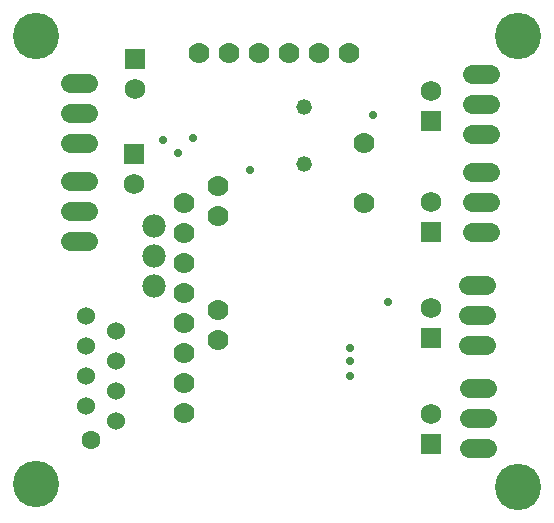
<source format=gbs>
G75*
G70*
%OFA0B0*%
%FSLAX24Y24*%
%IPPOS*%
%LPD*%
%AMOC8*
5,1,8,0,0,1.08239X$1,22.5*
%
%ADD10C,0.0520*%
%ADD11C,0.0640*%
%ADD12R,0.0690X0.0690*%
%ADD13C,0.0690*%
%ADD14C,0.0700*%
%ADD15C,0.0600*%
%ADD16C,0.0631*%
%ADD17C,0.0780*%
%ADD18C,0.0276*%
%ADD19C,0.1542*%
D10*
X012008Y012403D03*
X012008Y014303D03*
D11*
X017606Y014414D02*
X018206Y014414D01*
X018206Y015414D02*
X017606Y015414D01*
X017606Y013414D02*
X018206Y013414D01*
X018208Y012128D02*
X017608Y012128D01*
X017608Y011128D02*
X018208Y011128D01*
X018208Y010128D02*
X017608Y010128D01*
X017483Y008378D02*
X018083Y008378D01*
X018083Y007378D02*
X017483Y007378D01*
X017483Y006378D02*
X018083Y006378D01*
X018106Y004950D02*
X017506Y004950D01*
X017506Y003950D02*
X018106Y003950D01*
X018106Y002950D02*
X017506Y002950D01*
X004808Y009831D02*
X004208Y009831D01*
X004208Y010831D02*
X004808Y010831D01*
X004808Y011831D02*
X004208Y011831D01*
X004200Y013088D02*
X004800Y013088D01*
X004800Y014088D02*
X004200Y014088D01*
X004200Y015088D02*
X004800Y015088D01*
D12*
X006383Y015903D03*
X006333Y012728D03*
X016258Y013853D03*
X016258Y010153D03*
X016258Y006603D03*
X016258Y003078D03*
D13*
X016258Y004078D03*
X016258Y007603D03*
X016258Y011153D03*
X016258Y014853D03*
X006383Y014903D03*
X006333Y011728D03*
D14*
X008008Y011103D03*
X009133Y010666D03*
X008008Y010103D03*
X008008Y009103D03*
X008008Y008103D03*
X008008Y007103D03*
X009133Y007541D03*
X009133Y006541D03*
X008008Y006103D03*
X008008Y005103D03*
X008008Y004103D03*
X014008Y011103D03*
X014008Y013103D03*
X013508Y016103D03*
X012508Y016103D03*
X011508Y016103D03*
X010508Y016103D03*
X009508Y016103D03*
X008508Y016103D03*
X009133Y011666D03*
D15*
X004758Y007353D03*
X005758Y006853D03*
X004758Y006353D03*
X005758Y005853D03*
X004758Y005353D03*
X005758Y004853D03*
X004758Y004353D03*
X005758Y003853D03*
D16*
X004902Y003215D03*
D17*
X007008Y008353D03*
X007008Y009353D03*
X007008Y010353D03*
D18*
X007818Y012773D03*
X007320Y013219D03*
X008308Y013263D03*
X010198Y012213D03*
X014328Y014027D03*
X014818Y007803D03*
X013558Y006263D03*
X013558Y005843D03*
X013558Y005353D03*
D19*
X003091Y001721D03*
X019134Y001623D03*
X019134Y016682D03*
X003091Y016682D03*
M02*

</source>
